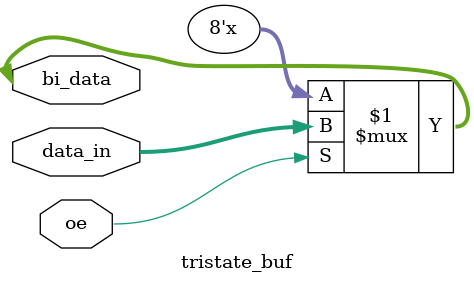
<source format=v>
module tristate_buf #(parameter N = 8)( // 8 is default value of N, can be overriden
	input wire [N-1:0] data_in,	// Data to send to bus
	input wire oe,	// Output enable (1 -> drive bus)
	inout wire [N-1:0] bi_data		// Shared bus 
);
	
	// If oe is 1, drive the bus with data_in. Else output is Z (high-impedance)
	assign bi_data = oe ? data_in : {N{1'bz}};

endmodule

</source>
